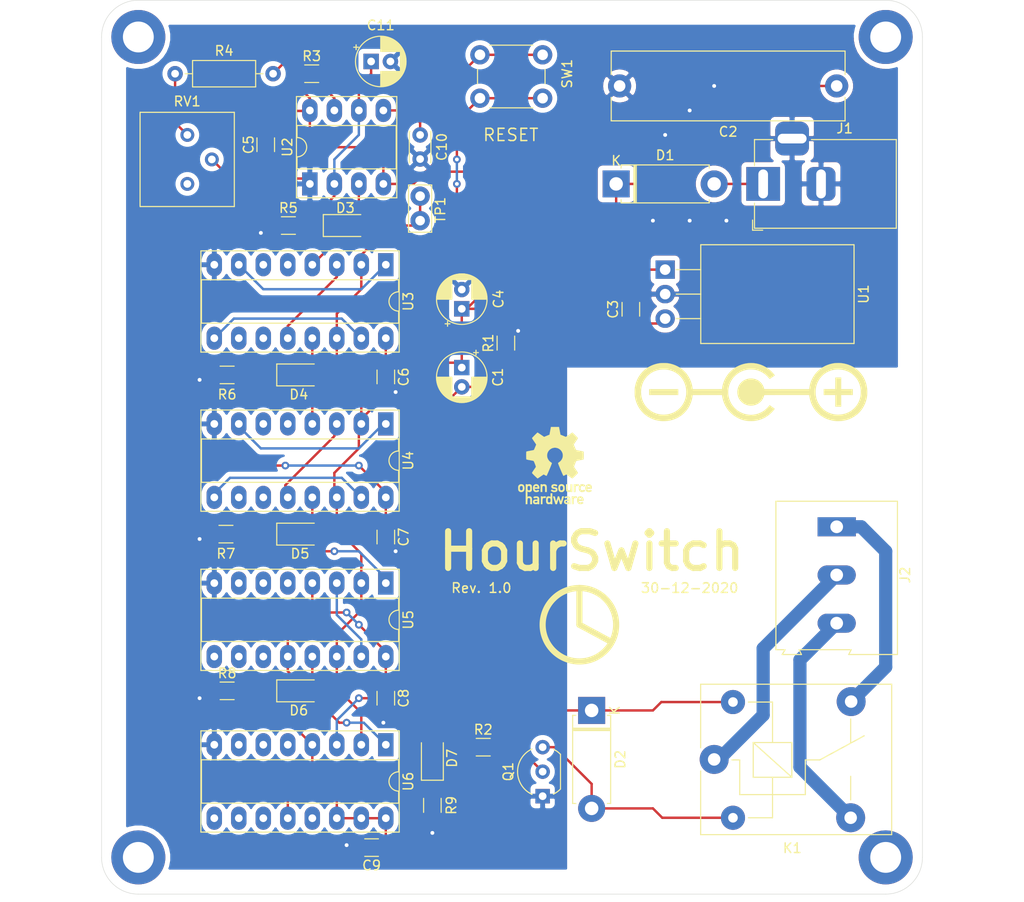
<source format=kicad_pcb>
(kicad_pcb (version 20171130) (host pcbnew 5.1.9)
  (layers (0 F.Cu signal) (31 B.Cu signal) (34 B.Paste user) (35 F.Paste user) (36 B.SilkS user) (37 F.SilkS user) (38 B.Mask user) (39 F.Mask user) (44 Edge.Cuts user))
  (net 0 "")
  (net 1 +5V)
  (net 2 MR)
  (net 3 +9V)
  (net 4 GND)
  (net 5 "Net-(C10-Pad1)")
  (net 6 "Net-(C11-Pad1)")
  (net 7 "Net-(D1-Pad2)")
  (net 8 "Net-(D2-Pad2)")
  (net 9 "Net-(D3-Pad1)")
  (net 10 CLK)
  (net 11 "Net-(D4-Pad1)")
  (net 12 CLK_36)
  (net 13 CLK_1H)
  (net 14 "Net-(D5-Pad1)")
  (net 15 CLK_4H)
  (net 16 "Net-(D6-Pad1)")
  (net 17 "Net-(D7-Pad1)")
  (net 18 CLH_4H)
  (net 19 LOAD1)
  (net 20 PHASE)
  (net 21 LOAD2)
  (net 22 "Net-(Q1-Pad2)")
  (net 23 "Net-(R3-Pad2)")
  (net 24 "Net-(R4-Pad1)")
  (net 25 "Net-(U3-Pad1)")
  (net 26 "Net-(U3-Pad15)")
  (net 27 "Net-(U3-Pad12)")
  (net 28 "Net-(U4-Pad15)")
  (net 29 "Net-(U4-Pad1)")
  (net 30 "Net-(U4-Pad12)")
  (net 31 "Net-(U5-Pad15)")
  (module Symbol:OSHW-Logo_7.5x8mm_SilkScreen (layer F.Cu) (at 148.59 99.06)
    (fp_text reference REF** hide)
    (fp_text value OSHW-Logo_7.5x8mm_SilkScreen hide)
  )
  (module MountingHole:MountingHole_3.2mm_M3_DIN965_Pad (layer F.Cu) (at 182.88 54.61)
    (fp_text reference REF** hide)
    (fp_text value MountingHole_3.2mm_M3_DIN965_Pad)
    (pad 1 thru_hole circle (at 0 0) (size 5.6 5.6) (drill 3.2) (layers *.Cu *.Mask))
  )
  (module MountingHole:MountingHole_3.2mm_M3_DIN965_Pad (layer F.Cu) (at 105.41 54.61)
    (fp_text reference REF** hide)
    (fp_text value MountingHole_3.2mm_M3_DIN965_Pad)
    (pad 1 thru_hole circle (at 0 0) (size 5.6 5.6) (drill 3.2) (layers *.Cu *.Mask))
  )
  (module MountingHole:MountingHole_3.2mm_M3_DIN965_Pad (layer F.Cu) (at 105.41 139.7)
    (fp_text reference REF** hide)
    (fp_text value MountingHole_3.2mm_M3_DIN965_Pad)
    (pad 1 thru_hole circle (at 0 0) (size 5.6 5.6) (drill 3.2) (layers *.Cu *.Mask))
  )
  (module MountingHole:MountingHole_3.2mm_M3_DIN965_Pad (layer F.Cu) (at 182.88 139.7)
    (fp_text reference REF** hide)
    (fp_text value MountingHole_3.2mm_M3_DIN965_Pad)
    (pad 1 thru_hole circle (at 0 0) (size 5.6 5.6) (drill 3.2) (layers *.Cu *.Mask))
  )
  (module Symbol:Polarity_Center_Positive_6mm_SilkScreen (layer F.Cu) (at 168.91 91.44)
    (fp_text reference REF** hide)
    (fp_text value Polarity_Center_Positive_6mm_SilkScreen hide)
  )
  (module NoDrill:TO-220-3_Horizontal_TabDown_NoDrill (layer F.Cu) (at 160.02 78.74 270)
    (fp_text reference U1 (at 2.54 -20.58 270) (layer F.SilkS))
    (fp_text value L7805)
    (pad 3 thru_hole oval (at 5.08 0 270) (size 1.905 2) (drill 1.1) (layers *.Cu *.Mask) (net 1 +5V))
    (pad 2 thru_hole oval (at 2.54 0 270) (size 1.905 2) (drill 1.1) (layers *.Cu *.Mask) (net 4 GND))
    (pad 1 thru_hole rect (at 0 0 270) (size 1.905 2) (drill 1.1) (layers *.Cu *.Mask) (net 3 +9V))
  )
  (module Capacitor_THT:CP_Radial_D5.0mm_P2.00mm (layer F.Cu) (at 138.938 88.9 270)
    (fp_text reference C1 (at 1 -3.75 90) (layer F.SilkS))
    (fp_text value 10uF)
    (pad 1 thru_hole rect (at 0 0 270) (size 1.6 1.6) (drill 0.8) (layers *.Cu *.Mask) (net 1 +5V))
    (pad 2 thru_hole circle (at 2 0 270) (size 1.6 1.6) (drill 0.8) (layers *.Cu *.Mask) (net 2 MR))
  )
  (module Resistor_SMD:R_1206_3216Metric (layer F.Cu) (at 143.51 86.36 90)
    (fp_text reference R1 (at 0 -1.82 90) (layer F.SilkS))
    (fp_text value 1k)
    (pad 2 smd roundrect (at 1.4625 0 90) (size 1.125 1.75) (layers F.Cu F.Paste F.Mask) (roundrect_rratio 0.222222) (net 4 GND))
    (pad 1 smd roundrect (at -1.4625 0 90) (size 1.125 1.75) (layers F.Cu F.Paste F.Mask) (roundrect_rratio 0.222222) (net 2 MR))
  )
  (module Relay_THT:Relay_SPDT_SANYOU_SRD_Series_Form_C (layer F.Cu) (at 165.1 129.54)
    (fp_text reference K1 (at 8.1 9.2) (layer F.SilkS))
    (fp_text value SANYOU_SRD_Form_C)
    (pad 2 thru_hole circle (at 1.95 6.05 90) (size 2.5 2.5) (drill 1) (layers *.Cu *.Mask) (net 8 "Net-(D2-Pad2)"))
    (pad 3 thru_hole circle (at 14.15 6.05 90) (size 3 3) (drill 1.3) (layers *.Cu *.Mask) (net 21 LOAD2))
    (pad 4 thru_hole circle (at 14.2 -6 90) (size 3 3) (drill 1.3) (layers *.Cu *.Mask) (net 19 LOAD1))
    (pad 5 thru_hole circle (at 1.95 -5.95 90) (size 2.5 2.5) (drill 1) (layers *.Cu *.Mask) (net 1 +5V))
    (pad 1 thru_hole circle (at 0 0 90) (size 3 3) (drill 1.3) (layers *.Cu *.Mask) (net 20 PHASE))
  )
  (module Capacitor_THT:C_Rect_L24.0mm_W7.0mm_P22.50mm_MKT (layer F.Cu) (at 177.8 59.69 180)
    (fp_text reference C2 (at 11.25 -4.75) (layer F.SilkS))
    (fp_text value 0.33uF)
    (pad 1 thru_hole circle (at 0 0 180) (size 2.4 2.4) (drill 1.2) (layers *.Cu *.Mask) (net 3 +9V))
    (pad 2 thru_hole circle (at 22.5 0 180) (size 2.4 2.4) (drill 1.2) (layers *.Cu *.Mask) (net 4 GND))
  )
  (module Capacitor_SMD:C_1206_3216Metric (layer F.Cu) (at 156.464 82.853 90)
    (fp_text reference C3 (at 0 -1.85 90) (layer F.SilkS))
    (fp_text value 0.1uF)
    (pad 1 smd roundrect (at -1.475 0 90) (size 1.15 1.8) (layers F.Cu F.Paste F.Mask) (roundrect_rratio 0.217391) (net 1 +5V))
    (pad 2 smd roundrect (at 1.475 0 90) (size 1.15 1.8) (layers F.Cu F.Paste F.Mask) (roundrect_rratio 0.217391) (net 4 GND))
  )
  (module Capacitor_THT:CP_Radial_D5.0mm_P2.00mm (layer F.Cu) (at 138.938 82.804 90)
    (fp_text reference C4 (at 1.016 3.81 90) (layer F.SilkS))
    (fp_text value 10uF)
    (pad 1 thru_hole rect (at 0 0 90) (size 1.6 1.6) (drill 0.8) (layers *.Cu *.Mask) (net 1 +5V))
    (pad 2 thru_hole circle (at 2 0 90) (size 1.6 1.6) (drill 0.8) (layers *.Cu *.Mask) (net 4 GND))
  )
  (module Capacitor_SMD:C_1206_3216Metric (layer F.Cu) (at 118.618 65.786 270)
    (fp_text reference C5 (at 0 1.778 90) (layer F.SilkS))
    (fp_text value 0.1uF)
    (pad 2 smd roundrect (at 1.475 0 270) (size 1.15 1.8) (layers F.Cu F.Paste F.Mask) (roundrect_rratio 0.217391) (net 4 GND))
    (pad 1 smd roundrect (at -1.475 0 270) (size 1.15 1.8) (layers F.Cu F.Paste F.Mask) (roundrect_rratio 0.217391) (net 1 +5V))
  )
  (module Capacitor_SMD:C_1206_3216Metric (layer F.Cu) (at 131.064 89.867 270)
    (fp_text reference C6 (at 0 -1.85 90) (layer F.SilkS))
    (fp_text value 0.1uF)
    (pad 1 smd roundrect (at -1.475 0 270) (size 1.15 1.8) (layers F.Cu F.Paste F.Mask) (roundrect_rratio 0.217391) (net 1 +5V))
    (pad 2 smd roundrect (at 1.475 0 270) (size 1.15 1.8) (layers F.Cu F.Paste F.Mask) (roundrect_rratio 0.217391) (net 4 GND))
  )
  (module Capacitor_SMD:C_1206_3216Metric (layer F.Cu) (at 131.064 106.475 270)
    (fp_text reference C7 (at 0 -1.85 90) (layer F.SilkS))
    (fp_text value 0.1uF)
    (pad 2 smd roundrect (at 1.475 0 270) (size 1.15 1.8) (layers F.Cu F.Paste F.Mask) (roundrect_rratio 0.217391) (net 4 GND))
    (pad 1 smd roundrect (at -1.475 0 270) (size 1.15 1.8) (layers F.Cu F.Paste F.Mask) (roundrect_rratio 0.217391) (net 1 +5V))
  )
  (module Capacitor_SMD:C_1206_3216Metric (layer F.Cu) (at 131.064 123.19 270)
    (fp_text reference C8 (at 0 -1.85 90) (layer F.SilkS))
    (fp_text value 0.1uF)
    (pad 1 smd roundrect (at -1.475 0 270) (size 1.15 1.8) (layers F.Cu F.Paste F.Mask) (roundrect_rratio 0.217391) (net 1 +5V))
    (pad 2 smd roundrect (at 1.475 0 270) (size 1.15 1.8) (layers F.Cu F.Paste F.Mask) (roundrect_rratio 0.217391) (net 4 GND))
  )
  (module Capacitor_SMD:C_1206_3216Metric (layer F.Cu) (at 129.589 138.684 180)
    (fp_text reference C9 (at 0 -1.85) (layer F.SilkS))
    (fp_text value 0.1uF)
    (pad 2 smd roundrect (at 1.475 0 180) (size 1.15 1.8) (layers F.Cu F.Paste F.Mask) (roundrect_rratio 0.217391) (net 4 GND))
    (pad 1 smd roundrect (at -1.475 0 180) (size 1.15 1.8) (layers F.Cu F.Paste F.Mask) (roundrect_rratio 0.217391) (net 1 +5V))
  )
  (module Capacitor_THT:C_Disc_D3.0mm_W2.0mm_P2.50mm (layer F.Cu) (at 134.62 64.77 270)
    (fp_text reference C10 (at 1.25 -2.25 90) (layer F.SilkS))
    (fp_text value 0.01uF)
    (pad 1 thru_hole circle (at 0 0 270) (size 1.6 1.6) (drill 0.8) (layers *.Cu *.Mask) (net 5 "Net-(C10-Pad1)"))
    (pad 2 thru_hole circle (at 2.5 0 270) (size 1.6 1.6) (drill 0.8) (layers *.Cu *.Mask) (net 4 GND))
  )
  (module Capacitor_THT:CP_Radial_D5.0mm_P2.00mm (layer F.Cu) (at 129.54 57.15)
    (fp_text reference C11 (at 1 -3.75) (layer F.SilkS))
    (fp_text value 10uF)
    (pad 2 thru_hole circle (at 2 0) (size 1.6 1.6) (drill 0.8) (layers *.Cu *.Mask) (net 4 GND))
    (pad 1 thru_hole rect (at 0 0) (size 1.6 1.6) (drill 0.8) (layers *.Cu *.Mask) (net 6 "Net-(C11-Pad1)"))
  )
  (module Diode_THT:D_5W_P10.16mm_Horizontal (layer F.Cu) (at 154.94 69.85)
    (fp_text reference D1 (at 5.08 -2.97) (layer F.SilkS))
    (fp_text value 1N4007)
    (fp_text user K (at 0 -2.4) (layer F.SilkS))
    (pad 1 thru_hole rect (at 0 0) (size 2.8 2.8) (drill 1.4) (layers *.Cu *.Mask) (net 3 +9V))
    (pad 2 thru_hole oval (at 10.16 0) (size 2.8 2.8) (drill 1.4) (layers *.Cu *.Mask) (net 7 "Net-(D1-Pad2)"))
  )
  (module Diode_THT:D_5W_P10.16mm_Horizontal (layer F.Cu) (at 152.4 124.46 270)
    (fp_text reference D2 (at 5.08 -2.97 90) (layer F.SilkS))
    (fp_text value 1N4007)
    (fp_text user K (at 0 -2.4 90) (layer F.SilkS))
    (pad 2 thru_hole oval (at 10.16 0 270) (size 2.8 2.8) (drill 1.4) (layers *.Cu *.Mask) (net 8 "Net-(D2-Pad2)"))
    (pad 1 thru_hole rect (at 0 0 270) (size 2.8 2.8) (drill 1.4) (layers *.Cu *.Mask) (net 1 +5V))
  )
  (module LED_SMD:LED_1206_3216Metric (layer F.Cu) (at 126.87 74.168)
    (fp_text reference D3 (at 0 -1.82) (layer F.SilkS))
    (fp_text value BLUE)
    (pad 1 smd roundrect (at -1.4 0) (size 1.25 1.75) (layers F.Cu F.Paste F.Mask) (roundrect_rratio 0.2) (net 9 "Net-(D3-Pad1)"))
    (pad 2 smd roundrect (at 1.4 0) (size 1.25 1.75) (layers F.Cu F.Paste F.Mask) (roundrect_rratio 0.2) (net 10 CLK))
  )
  (module LED_SMD:LED_1206_3216Metric (layer F.Cu) (at 122.044 89.662)
    (fp_text reference D4 (at 0 2.032) (layer F.SilkS))
    (fp_text value BLUE)
    (pad 1 smd roundrect (at -1.4 0) (size 1.25 1.75) (layers F.Cu F.Paste F.Mask) (roundrect_rratio 0.2) (net 11 "Net-(D4-Pad1)"))
    (pad 2 smd roundrect (at 1.4 0) (size 1.25 1.75) (layers F.Cu F.Paste F.Mask) (roundrect_rratio 0.2) (net 12 CLK_36))
  )
  (module LED_SMD:LED_1206_3216Metric (layer F.Cu) (at 122.044 106.172)
    (fp_text reference D5 (at 0.13 2.032) (layer F.SilkS))
    (fp_text value BLUE)
    (pad 2 smd roundrect (at 1.4 0) (size 1.25 1.75) (layers F.Cu F.Paste F.Mask) (roundrect_rratio 0.2) (net 13 CLK_1H))
    (pad 1 smd roundrect (at -1.4 0) (size 1.25 1.75) (layers F.Cu F.Paste F.Mask) (roundrect_rratio 0.2) (net 14 "Net-(D5-Pad1)"))
  )
  (module LED_SMD:LED_1206_3216Metric (layer F.Cu) (at 122.044 122.428)
    (fp_text reference D6 (at 0 2.032) (layer F.SilkS))
    (fp_text value BLUE)
    (pad 2 smd roundrect (at 1.4 0) (size 1.25 1.75) (layers F.Cu F.Paste F.Mask) (roundrect_rratio 0.2) (net 15 CLK_4H))
    (pad 1 smd roundrect (at -1.4 0) (size 1.25 1.75) (layers F.Cu F.Paste F.Mask) (roundrect_rratio 0.2) (net 16 "Net-(D6-Pad1)"))
  )
  (module LED_SMD:LED_1206_3216Metric (layer F.Cu) (at 135.89 129.41 90)
    (fp_text reference D7 (at 0 2.038 90) (layer F.SilkS))
    (fp_text value BLUE)
    (pad 1 smd roundrect (at -1.4 0 90) (size 1.25 1.75) (layers F.Cu F.Paste F.Mask) (roundrect_rratio 0.2) (net 17 "Net-(D7-Pad1)"))
    (pad 2 smd roundrect (at 1.4 0 90) (size 1.25 1.75) (layers F.Cu F.Paste F.Mask) (roundrect_rratio 0.2) (net 18 CLH_4H))
  )
  (module Connector_BarrelJack:BarrelJack_Horizontal (layer F.Cu) (at 170.18 69.85 180)
    (fp_text reference J1 (at -8.45 5.75) (layer F.SilkS))
    (fp_text value Barrel_Jack_Switch)
    (pad 1 thru_hole rect (at 0 0 180) (size 3.5 3.5) (drill oval 1 3) (layers *.Cu *.Mask) (net 7 "Net-(D1-Pad2)"))
    (pad 2 thru_hole roundrect (at -6 0 180) (size 3 3.5) (drill oval 1 3) (layers *.Cu *.Mask) (net 4 GND))
    (pad 3 thru_hole roundrect (at -3 4.7 180) (size 3.5 3.5) (drill oval 3 1) (layers *.Cu *.Mask) (net 4 GND))
  )
  (module TerminalBlock:TerminalBlock_Altech_AK300-3_P5.00mm (layer F.Cu) (at 177.8 105.41 270)
    (fp_text reference J2 (at 5 -7.1 90) (layer F.SilkS))
    (fp_text value Screw_Terminal_01x03)
    (pad 1 thru_hole rect (at 0 0 270) (size 1.98 3.96) (drill 1.32) (layers *.Cu *.Mask) (net 19 LOAD1))
    (pad 2 thru_hole oval (at 5 0 270) (size 1.98 3.96) (drill 1.32) (layers *.Cu *.Mask) (net 20 PHASE))
    (pad 3 thru_hole oval (at 10 0 270) (size 1.98 3.96) (drill 1.32) (layers *.Cu *.Mask) (net 21 LOAD2))
  )
  (module Package_TO_SOT_THT:TO-92_Inline_Wide (layer F.Cu) (at 147.32 133.35 90)
    (fp_text reference Q1 (at 2.54 -3.56 90) (layer F.SilkS))
    (fp_text value PN2222A)
    (pad 2 thru_hole circle (at 2.54 0 90) (size 1.5 1.5) (drill 0.8) (layers *.Cu *.Mask) (net 22 "Net-(Q1-Pad2)"))
    (pad 3 thru_hole circle (at 5.08 0 90) (size 1.5 1.5) (drill 0.8) (layers *.Cu *.Mask) (net 8 "Net-(D2-Pad2)"))
    (pad 1 thru_hole rect (at 0 0 90) (size 1.5 1.5) (drill 0.8) (layers *.Cu *.Mask) (net 4 GND))
  )
  (module Resistor_SMD:R_1206_3216Metric (layer F.Cu) (at 141.1625 128.27)
    (fp_text reference R2 (at 0 -1.82) (layer F.SilkS))
    (fp_text value 1k)
    (pad 2 smd roundrect (at 1.4625 0) (size 1.125 1.75) (layers F.Cu F.Paste F.Mask) (roundrect_rratio 0.222222) (net 22 "Net-(Q1-Pad2)"))
    (pad 1 smd roundrect (at -1.4625 0) (size 1.125 1.75) (layers F.Cu F.Paste F.Mask) (roundrect_rratio 0.222222) (net 18 CLH_4H))
  )
  (module Resistor_SMD:R_1206_3216Metric (layer F.Cu) (at 123.3825 58.42)
    (fp_text reference R3 (at 0 -1.82) (layer F.SilkS))
    (fp_text value 1k)
    (pad 2 smd roundrect (at 1.4625 0) (size 1.125 1.75) (layers F.Cu F.Paste F.Mask) (roundrect_rratio 0.222222) (net 23 "Net-(R3-Pad2)"))
    (pad 1 smd roundrect (at -1.4625 0) (size 1.125 1.75) (layers F.Cu F.Paste F.Mask) (roundrect_rratio 0.222222) (net 1 +5V))
  )
  (module Resistor_THT:R_Axial_DIN0207_L6.3mm_D2.5mm_P10.16mm_Horizontal (layer F.Cu) (at 109.22 58.42)
    (fp_text reference R4 (at 5.08 -2.37) (layer F.SilkS))
    (fp_text value 22k)
    (pad 1 thru_hole circle (at 0 0) (size 1.6 1.6) (drill 0.8) (layers *.Cu *.Mask) (net 24 "Net-(R4-Pad1)"))
    (pad 2 thru_hole oval (at 10.16 0) (size 1.6 1.6) (drill 0.8) (layers *.Cu *.Mask) (net 23 "Net-(R3-Pad2)"))
  )
  (module Resistor_SMD:R_1206_3216Metric (layer F.Cu) (at 120.9655 74.168)
    (fp_text reference R5 (at 0 -1.82) (layer F.SilkS))
    (fp_text value 1k)
    (pad 1 smd roundrect (at -1.4625 0) (size 1.125 1.75) (layers F.Cu F.Paste F.Mask) (roundrect_rratio 0.222222) (net 4 GND))
    (pad 2 smd roundrect (at 1.4625 0) (size 1.125 1.75) (layers F.Cu F.Paste F.Mask) (roundrect_rratio 0.222222) (net 9 "Net-(D3-Pad1)"))
  )
  (module Resistor_SMD:R_1206_3216Metric (layer F.Cu) (at 114.6155 89.662)
    (fp_text reference R6 (at 0 2.032) (layer F.SilkS))
    (fp_text value 1k)
    (pad 1 smd roundrect (at -1.4625 0) (size 1.125 1.75) (layers F.Cu F.Paste F.Mask) (roundrect_rratio 0.222222) (net 4 GND))
    (pad 2 smd roundrect (at 1.4625 0) (size 1.125 1.75) (layers F.Cu F.Paste F.Mask) (roundrect_rratio 0.222222) (net 11 "Net-(D4-Pad1)"))
  )
  (module Resistor_SMD:R_1206_3216Metric (layer F.Cu) (at 114.4925 106.172)
    (fp_text reference R7 (at 0 2.032) (layer F.SilkS))
    (fp_text value 1k)
    (pad 2 smd roundrect (at 1.4625 0) (size 1.125 1.75) (layers F.Cu F.Paste F.Mask) (roundrect_rratio 0.222222) (net 14 "Net-(D5-Pad1)"))
    (pad 1 smd roundrect (at -1.4625 0) (size 1.125 1.75) (layers F.Cu F.Paste F.Mask) (roundrect_rratio 0.222222) (net 4 GND))
  )
  (module Resistor_SMD:R_1206_3216Metric (layer F.Cu) (at 114.6155 122.428)
    (fp_text reference R8 (at 0 -1.82) (layer F.SilkS))
    (fp_text value 1k)
    (pad 1 smd roundrect (at -1.4625 0) (size 1.125 1.75) (layers F.Cu F.Paste F.Mask) (roundrect_rratio 0.222222) (net 4 GND))
    (pad 2 smd roundrect (at 1.4625 0) (size 1.125 1.75) (layers F.Cu F.Paste F.Mask) (roundrect_rratio 0.222222) (net 16 "Net-(D6-Pad1)"))
  )
  (module Resistor_SMD:R_1206_3216Metric (layer F.Cu) (at 135.89 134.3045 90)
    (fp_text reference R9 (at 0 1.9705 90) (layer F.SilkS))
    (fp_text value 1k)
    (pad 1 smd roundrect (at -1.4625 0 90) (size 1.125 1.75) (layers F.Cu F.Paste F.Mask) (roundrect_rratio 0.222222) (net 4 GND))
    (pad 2 smd roundrect (at 1.4625 0 90) (size 1.125 1.75) (layers F.Cu F.Paste F.Mask) (roundrect_rratio 0.222222) (net 17 "Net-(D7-Pad1)"))
  )
  (module Potentiometer_THT:Potentiometer_Bourns_3386P_Vertical (layer F.Cu) (at 110.49 69.85)
    (fp_text reference RV1 (at -0.015 -8.555) (layer F.SilkS))
    (fp_text value 10kb)
    (pad 3 thru_hole circle (at 0 -5.08) (size 1.44 1.44) (drill 0.8) (layers *.Cu *.Mask) (net 24 "Net-(R4-Pad1)"))
    (pad 2 thru_hole circle (at 2.54 -2.54) (size 1.44 1.44) (drill 0.8) (layers *.Cu *.Mask) (net 6 "Net-(C11-Pad1)"))
    (pad 1 thru_hole circle (at 0 0) (size 1.44 1.44) (drill 0.8) (layers *.Cu *.Mask))
  )
  (module Button_Switch_THT:SW_PUSH_6mm_H4.3mm (layer F.Cu) (at 147.32 60.96 180)
    (fp_text reference SW1 (at -2.54 2.54 90) (layer F.SilkS))
    (fp_text value SW_SPST)
    (pad 2 thru_hole circle (at 0 4.5 270) (size 2 2) (drill 1.1) (layers *.Cu *.Mask) (net 1 +5V))
    (pad 1 thru_hole circle (at 0 0 270) (size 2 2) (drill 1.1) (layers *.Cu *.Mask) (net 2 MR))
    (pad 2 thru_hole circle (at 6.5 4.5 270) (size 2 2) (drill 1.1) (layers *.Cu *.Mask) (net 1 +5V))
    (pad 1 thru_hole circle (at 6.5 0 270) (size 2 2) (drill 1.1) (layers *.Cu *.Mask) (net 2 MR))
  )
  (module TestPoint:TestPoint_Bridge_Pitch2.54mm_Drill1.0mm (layer F.Cu) (at 134.62 73.66 90)
    (fp_text reference TP1 (at 1.1 2.1 90) (layer F.SilkS))
    (fp_text value TestPoint)
    (pad 1 thru_hole circle (at 0 0 90) (size 2 2) (drill 1) (layers *.Cu *.Mask) (net 10 CLK))
    (pad 1 thru_hole circle (at 2.54 0 90) (size 2 2) (drill 1) (layers *.Cu *.Mask) (net 10 CLK))
  )
  (module Package_DIP:DIP-16_W7.62mm_Socket_LongPads (layer F.Cu) (at 131.064 78.232 270)
    (fp_text reference U3 (at 3.81 -2.33 90) (layer F.SilkS))
    (fp_text value 74LS390)
    (pad 1 thru_hole rect (at 0 0 270) (size 2.4 1.6) (drill 0.8) (layers *.Cu *.Mask) (net 25 "Net-(U3-Pad1)"))
    (pad 9 thru_hole oval (at 7.62 17.78 270) (size 2.4 1.6) (drill 0.8) (layers *.Cu *.Mask) (net 26 "Net-(U3-Pad15)"))
    (pad 2 thru_hole oval (at 0 2.54 270) (size 2.4 1.6) (drill 0.8) (layers *.Cu *.Mask) (net 2 MR))
    (pad 10 thru_hole oval (at 7.62 15.24 270) (size 2.4 1.6) (drill 0.8) (layers *.Cu *.Mask))
    (pad 3 thru_hole oval (at 0 5.08 270) (size 2.4 1.6) (drill 0.8) (layers *.Cu *.Mask) (net 27 "Net-(U3-Pad12)"))
    (pad 11 thru_hole oval (at 7.62 12.7 270) (size 2.4 1.6) (drill 0.8) (layers *.Cu *.Mask))
    (pad 4 thru_hole oval (at 0 7.62 270) (size 2.4 1.6) (drill 0.8) (layers *.Cu *.Mask) (net 10 CLK))
    (pad 12 thru_hole oval (at 7.62 10.16 270) (size 2.4 1.6) (drill 0.8) (layers *.Cu *.Mask) (net 27 "Net-(U3-Pad12)"))
    (pad 5 thru_hole oval (at 0 10.16 270) (size 2.4 1.6) (drill 0.8) (layers *.Cu *.Mask))
    (pad 13 thru_hole oval (at 7.62 7.62 270) (size 2.4 1.6) (drill 0.8) (layers *.Cu *.Mask) (net 12 CLK_36))
    (pad 6 thru_hole oval (at 0 12.7 270) (size 2.4 1.6) (drill 0.8) (layers *.Cu *.Mask))
    (pad 14 thru_hole oval (at 7.62 5.08 270) (size 2.4 1.6) (drill 0.8) (layers *.Cu *.Mask) (net 2 MR))
    (pad 7 thru_hole oval (at 0 15.24 270) (size 2.4 1.6) (drill 0.8) (layers *.Cu *.Mask) (net 25 "Net-(U3-Pad1)"))
    (pad 15 thru_hole oval (at 7.62 2.54 270) (size 2.4 1.6) (drill 0.8) (layers *.Cu *.Mask) (net 26 "Net-(U3-Pad15)"))
    (pad 8 thru_hole oval (at 0 17.78 270) (size 2.4 1.6) (drill 0.8) (layers *.Cu *.Mask) (net 4 GND))
    (pad 16 thru_hole oval (at 7.62 0 270) (size 2.4 1.6) (drill 0.8) (layers *.Cu *.Mask) (net 1 +5V))
  )
  (module Package_DIP:DIP-16_W7.62mm_Socket_LongPads (layer F.Cu) (at 131.064 94.742 270)
    (fp_text reference U4 (at 3.81 -2.33 90) (layer F.SilkS))
    (fp_text value 74LS390)
    (pad 16 thru_hole oval (at 7.62 0 270) (size 2.4 1.6) (drill 0.8) (layers *.Cu *.Mask) (net 1 +5V))
    (pad 8 thru_hole oval (at 0 17.78 270) (size 2.4 1.6) (drill 0.8) (layers *.Cu *.Mask) (net 4 GND))
    (pad 15 thru_hole oval (at 7.62 2.54 270) (size 2.4 1.6) (drill 0.8) (layers *.Cu *.Mask) (net 28 "Net-(U4-Pad15)"))
    (pad 7 thru_hole oval (at 0 15.24 270) (size 2.4 1.6) (drill 0.8) (layers *.Cu *.Mask) (net 29 "Net-(U4-Pad1)"))
    (pad 14 thru_hole oval (at 7.62 5.08 270) (size 2.4 1.6) (drill 0.8) (layers *.Cu *.Mask) (net 2 MR))
    (pad 6 thru_hole oval (at 0 12.7 270) (size 2.4 1.6) (drill 0.8) (layers *.Cu *.Mask))
    (pad 13 thru_hole oval (at 7.62 7.62 270) (size 2.4 1.6) (drill 0.8) (layers *.Cu *.Mask) (net 13 CLK_1H))
    (pad 5 thru_hole oval (at 0 10.16 270) (size 2.4 1.6) (drill 0.8) (layers *.Cu *.Mask))
    (pad 12 thru_hole oval (at 7.62 10.16 270) (size 2.4 1.6) (drill 0.8) (layers *.Cu *.Mask) (net 30 "Net-(U4-Pad12)"))
    (pad 4 thru_hole oval (at 0 7.62 270) (size 2.4 1.6) (drill 0.8) (layers *.Cu *.Mask) (net 12 CLK_36))
    (pad 11 thru_hole oval (at 7.62 12.7 270) (size 2.4 1.6) (drill 0.8) (layers *.Cu *.Mask))
    (pad 3 thru_hole oval (at 0 5.08 270) (size 2.4 1.6) (drill 0.8) (layers *.Cu *.Mask) (net 30 "Net-(U4-Pad12)"))
    (pad 10 thru_hole oval (at 7.62 15.24 270) (size 2.4 1.6) (drill 0.8) (layers *.Cu *.Mask))
    (pad 2 thru_hole oval (at 0 2.54 270) (size 2.4 1.6) (drill 0.8) (layers *.Cu *.Mask) (net 2 MR))
    (pad 9 thru_hole oval (at 7.62 17.78 270) (size 2.4 1.6) (drill 0.8) (layers *.Cu *.Mask) (net 28 "Net-(U4-Pad15)"))
    (pad 1 thru_hole rect (at 0 0 270) (size 2.4 1.6) (drill 0.8) (layers *.Cu *.Mask) (net 29 "Net-(U4-Pad1)"))
  )
  (module Package_DIP:DIP-16_W7.62mm_Socket_LongPads (layer F.Cu) (at 131.064 111.252 270)
    (fp_text reference U5 (at 3.81 -2.33 90) (layer F.SilkS))
    (fp_text value 74LS390)
    (pad 16 thru_hole oval (at 7.62 0 270) (size 2.4 1.6) (drill 0.8) (layers *.Cu *.Mask) (net 1 +5V))
    (pad 8 thru_hole oval (at 0 17.78 270) (size 2.4 1.6) (drill 0.8) (layers *.Cu *.Mask) (net 4 GND))
    (pad 15 thru_hole oval (at 7.62 2.54 270) (size 2.4 1.6) (drill 0.8) (layers *.Cu *.Mask) (net 31 "Net-(U5-Pad15)"))
    (pad 7 thru_hole oval (at 0 15.24 270) (size 2.4 1.6) (drill 0.8) (layers *.Cu *.Mask))
    (pad 14 thru_hole oval (at 7.62 5.08 270) (size 2.4 1.6) (drill 0.8) (layers *.Cu *.Mask) (net 2 MR))
    (pad 6 thru_hole oval (at 0 12.7 270) (size 2.4 1.6) (drill 0.8) (layers *.Cu *.Mask))
    (pad 13 thru_hole oval (at 7.62 7.62 270) (size 2.4 1.6) (drill 0.8) (layers *.Cu *.Mask) (net 15 CLK_4H))
    (pad 5 thru_hole oval (at 0 10.16 270) (size 2.4 1.6) (drill 0.8) (layers *.Cu *.Mask))
    (pad 12 thru_hole oval (at 7.62 10.16 270) (size 2.4 1.6) (drill 0.8) (layers *.Cu *.Mask) (net 1 +5V))
    (pad 4 thru_hole oval (at 0 7.62 270) (size 2.4 1.6) (drill 0.8) (layers *.Cu *.Mask) (net 1 +5V))
    (pad 11 thru_hole oval (at 7.62 12.7 270) (size 2.4 1.6) (drill 0.8) (layers *.Cu *.Mask))
    (pad 3 thru_hole oval (at 0 5.08 270) (size 2.4 1.6) (drill 0.8) (layers *.Cu *.Mask) (net 31 "Net-(U5-Pad15)"))
    (pad 10 thru_hole oval (at 7.62 15.24 270) (size 2.4 1.6) (drill 0.8) (layers *.Cu *.Mask))
    (pad 2 thru_hole oval (at 0 2.54 270) (size 2.4 1.6) (drill 0.8) (layers *.Cu *.Mask) (net 2 MR))
    (pad 9 thru_hole oval (at 7.62 17.78 270) (size 2.4 1.6) (drill 0.8) (layers *.Cu *.Mask))
    (pad 1 thru_hole rect (at 0 0 270) (size 2.4 1.6) (drill 0.8) (layers *.Cu *.Mask) (net 13 CLK_1H))
  )
  (module Package_DIP:DIP-16_W7.62mm_Socket_LongPads (layer F.Cu) (at 131.064 128.016 270)
    (fp_text reference U6 (at 3.81 -2.33 90) (layer F.SilkS))
    (fp_text value 74LS390)
    (pad 1 thru_hole rect (at 0 0 270) (size 2.4 1.6) (drill 0.8) (layers *.Cu *.Mask) (net 15 CLK_4H))
    (pad 9 thru_hole oval (at 7.62 17.78 270) (size 2.4 1.6) (drill 0.8) (layers *.Cu *.Mask))
    (pad 2 thru_hole oval (at 0 2.54 270) (size 2.4 1.6) (drill 0.8) (layers *.Cu *.Mask) (net 2 MR))
    (pad 10 thru_hole oval (at 7.62 15.24 270) (size 2.4 1.6) (drill 0.8) (layers *.Cu *.Mask))
    (pad 3 thru_hole oval (at 0 5.08 270) (size 2.4 1.6) (drill 0.8) (layers *.Cu *.Mask) (net 18 CLH_4H))
    (pad 11 thru_hole oval (at 7.62 12.7 270) (size 2.4 1.6) (drill 0.8) (layers *.Cu *.Mask))
    (pad 4 thru_hole oval (at 0 7.62 270) (size 2.4 1.6) (drill 0.8) (layers *.Cu *.Mask) (net 1 +5V))
    (pad 12 thru_hole oval (at 7.62 10.16 270) (size 2.4 1.6) (drill 0.8) (layers *.Cu *.Mask) (net 1 +5V))
    (pad 5 thru_hole oval (at 0 10.16 270) (size 2.4 1.6) (drill 0.8) (layers *.Cu *.Mask))
    (pad 13 thru_hole oval (at 7.62 7.62 270) (size 2.4 1.6) (drill 0.8) (layers *.Cu *.Mask))
    (pad 6 thru_hole oval (at 0 12.7 270) (size 2.4 1.6) (drill 0.8) (layers *.Cu *.Mask))
    (pad 14 thru_hole oval (at 7.62 5.08 270) (size 2.4 1.6) (drill 0.8) (layers *.Cu *.Mask) (net 1 +5V))
    (pad 7 thru_hole oval (at 0 15.24 270) (size 2.4 1.6) (drill 0.8) (layers *.Cu *.Mask))
    (pad 15 thru_hole oval (at 7.62 2.54 270) (size 2.4 1.6) (drill 0.8) (layers *.Cu *.Mask) (net 1 +5V))
    (pad 8 thru_hole oval (at 0 17.78 270) (size 2.4 1.6) (drill 0.8) (layers *.Cu *.Mask) (net 4 GND))
    (pad 16 thru_hole oval (at 7.62 0 270) (size 2.4 1.6) (drill 0.8) (layers *.Cu *.Mask) (net 1 +5V))
  )
  (module Package_DIP:DIP-8_W7.62mm_Socket_LongPads (layer F.Cu) (at 123.19 69.85 90)
    (fp_text reference U2 (at 3.81 -2.33 90) (layer F.SilkS))
    (fp_text value NE555P)
    (pad 1 thru_hole rect (at 0 0 90) (size 2.4 1.6) (drill 0.8) (layers *.Cu *.Mask) (net 4 GND))
    (pad 5 thru_hole oval (at 7.62 7.62 90) (size 2.4 1.6) (drill 0.8) (layers *.Cu *.Mask) (net 5 "Net-(C10-Pad1)"))
    (pad 2 thru_hole oval (at 0 2.54 90) (size 2.4 1.6) (drill 0.8) (layers *.Cu *.Mask) (net 6 "Net-(C11-Pad1)"))
    (pad 6 thru_hole oval (at 7.62 5.08 90) (size 2.4 1.6) (drill 0.8) (layers *.Cu *.Mask) (net 6 "Net-(C11-Pad1)"))
    (pad 3 thru_hole oval (at 0 5.08 90) (size 2.4 1.6) (drill 0.8) (layers *.Cu *.Mask) (net 10 CLK))
    (pad 7 thru_hole oval (at 7.62 2.54 90) (size 2.4 1.6) (drill 0.8) (layers *.Cu *.Mask) (net 23 "Net-(R3-Pad2)"))
    (pad 4 thru_hole oval (at 0 7.62 90) (size 2.4 1.6) (drill 0.8) (layers *.Cu *.Mask) (net 1 +5V))
    (pad 8 thru_hole oval (at 7.62 0 90) (size 2.4 1.6) (drill 0.8) (layers *.Cu *.Mask) (net 1 +5V))
  )
  (gr_line (start 151.13 115.57) (end 151.13 111.76) (layer F.SilkS) (width 0.635))
  (gr_arc (start 105.41 139.7) (end 101.6 139.7) (angle -90) (layer Edge.Cuts) (width 0.05))
  (gr_arc (start 182.88 54.61) (end 186.69 54.61) (angle -90) (layer Edge.Cuts) (width 0.05))
  (gr_arc (start 105.41 54.61) (end 105.41 50.8) (angle -90) (layer Edge.Cuts) (width 0.05))
  (gr_arc (start 182.88 139.7) (end 182.88 143.51) (angle -90) (layer Edge.Cuts) (width 0.05))
  (gr_line (start 151.13 115.57) (end 154.432 117.348) (layer F.SilkS) (width 0.635))
  (gr_circle (center 151.13 115.57) (end 154.94 115.57) (layer F.SilkS) (width 0.635))
  (gr_text 30-12-2020 (at 162.56 111.76) (layer F.SilkS) (effects (font (size 1 1))))
  (gr_text "Rev. 1.0" (at 140.97 111.76) (layer F.SilkS) (effects (font (size 1 1))))
  (gr_text HourSwitch (at 152.4 107.95) (layer F.SilkS) (effects (font (size 3.81 3.81) (thickness 0.635))))
  (gr_text RESET (at 144.018 64.77) (layer F.SilkS) (effects (font (size 1.27 1.27) (thickness 0.1524))))
  (gr_line (start 105.41 50.8) (end 182.88 50.8) (layer Edge.Cuts) (width 0.05))
  (gr_line (start 186.69 139.7) (end 186.69 54.61) (layer Edge.Cuts) (width 0.05))
  (gr_line (start 105.41 143.51) (end 182.88 143.51) (layer Edge.Cuts) (width 0.05))
  (gr_line (start 101.6 139.7) (end 101.6 54.61) (layer Edge.Cuts) (width 0.05))
  (segment (start 130.81 69.85) (end 130.81 67.31) (width 0.25) (layer F.Cu) (net 1))
  (segment (start 130.81 67.31) (end 129.54 66.04) (width 0.25) (layer F.Cu) (net 1))
  (segment (start 129.54 66.04) (end 124.46 66.04) (width 0.25) (layer F.Cu) (net 1))
  (segment (start 123.19 64.77) (end 123.19 62.23) (width 0.25) (layer F.Cu) (net 1))
  (segment (start 124.46 66.04) (end 123.19 64.77) (width 0.25) (layer F.Cu) (net 1))
  (segment (start 123.19 62.23) (end 123.19 60.96) (width 0.25) (layer F.Cu) (net 1))
  (segment (start 121.92 59.69) (end 121.92 58.42) (width 0.25) (layer F.Cu) (net 1))
  (segment (start 123.19 60.96) (end 121.92 59.69) (width 0.25) (layer F.Cu) (net 1))
  (segment (start 131.064 88.392) (end 131.064 85.852) (width 0.25) (layer F.Cu) (net 1))
  (segment (start 118.618 64.311) (end 120.65 62.279) (width 0.25) (layer F.Cu) (net 1))
  (segment (start 123.141 62.279) (end 123.19 62.23) (width 0.25) (layer F.Cu) (net 1))
  (segment (start 120.65 62.279) (end 123.141 62.279) (width 0.25) (layer F.Cu) (net 1))
  (segment (start 131.064 105) (end 131.064 102.362) (width 0.25) (layer F.Cu) (net 1))
  (segment (start 125.984 135.636) (end 131.064 135.636) (width 0.25) (layer F.Cu) (net 1))
  (segment (start 123.444 111.252) (end 123.444 114.046) (width 0.25) (layer F.Cu) (net 1))
  (segment (start 120.904 116.586) (end 120.904 118.872) (width 0.25) (layer F.Cu) (net 1))
  (segment (start 123.444 114.046) (end 120.904 116.586) (width 0.25) (layer F.Cu) (net 1))
  (segment (start 131.064 121.715) (end 131.064 118.872) (width 0.25) (layer F.Cu) (net 1))
  (segment (start 131.064 135.636) (end 131.064 138.684) (width 0.25) (layer F.Cu) (net 1))
  (segment (start 120.904 118.872) (end 120.904 120.396) (width 0.25) (layer F.Cu) (net 1))
  (segment (start 120.904 120.396) (end 122.174 121.666) (width 0.25) (layer F.Cu) (net 1))
  (segment (start 122.174 126.746) (end 123.444 128.016) (width 0.25) (layer F.Cu) (net 1))
  (segment (start 122.174 121.666) (end 122.174 126.746) (width 0.25) (layer F.Cu) (net 1))
  (segment (start 152.4 124.46) (end 158.75 124.46) (width 0.25) (layer F.Cu) (net 1))
  (segment (start 159.62 123.59) (end 167.05 123.59) (width 0.25) (layer F.Cu) (net 1))
  (segment (start 158.75 124.46) (end 159.62 123.59) (width 0.25) (layer F.Cu) (net 1))
  (segment (start 138.43 88.392) (end 138.938 88.9) (width 0.25) (layer F.Cu) (net 1))
  (segment (start 131.064 88.392) (end 138.43 88.392) (width 0.25) (layer F.Cu) (net 1))
  (segment (start 159.512 84.328) (end 160.02 83.82) (width 0.25) (layer F.Cu) (net 1))
  (segment (start 156.464 84.328) (end 159.512 84.328) (width 0.25) (layer F.Cu) (net 1))
  (segment (start 156.21 84.074) (end 156.464 84.328) (width 0.25) (layer F.Cu) (net 1))
  (segment (start 138.938 82.804) (end 146.304 82.804) (width 0.25) (layer F.Cu) (net 1))
  (segment (start 147.828 84.328) (end 156.464 84.328) (width 0.25) (layer F.Cu) (net 1))
  (segment (start 146.304 82.804) (end 147.828 84.328) (width 0.25) (layer F.Cu) (net 1))
  (via (at 128.27 99.06) (size 0.8) (drill 0.4) (layers F.Cu B.Cu) (net 1))
  (segment (start 117.113999 65.815001) (end 111.984999 65.815001) (width 0.25) (layer F.Cu) (net 1))
  (segment (start 118.618 64.311) (end 117.113999 65.815001) (width 0.25) (layer F.Cu) (net 1))
  (segment (start 111.984999 65.815001) (end 107.95 69.85) (width 0.25) (layer F.Cu) (net 1))
  (segment (start 107.95 69.85) (end 107.95 93.98) (width 0.25) (layer F.Cu) (net 1))
  (segment (start 113.03 99.06) (end 120.65 99.06) (width 0.25) (layer F.Cu) (net 1))
  (segment (start 107.95 93.98) (end 113.03 99.06) (width 0.25) (layer F.Cu) (net 1))
  (segment (start 120.65 99.06) (end 128.27 99.06) (width 0.25) (layer B.Cu) (net 1))
  (segment (start 131.064 101.854) (end 131.064 102.362) (width 0.25) (layer F.Cu) (net 1))
  (segment (start 128.27 99.06) (end 131.064 101.854) (width 0.25) (layer F.Cu) (net 1))
  (segment (start 133.928998 69.85) (end 135.198998 68.58) (width 0.25) (layer F.Cu) (net 1))
  (segment (start 130.81 69.85) (end 133.928998 69.85) (width 0.25) (layer F.Cu) (net 1))
  (segment (start 135.198998 68.58) (end 139.7 68.58) (width 0.25) (layer F.Cu) (net 1))
  (segment (start 139.7 68.58) (end 142.24 71.12) (width 0.25) (layer F.Cu) (net 1))
  (segment (start 142.24 71.12) (end 142.24 80.01) (width 0.25) (layer F.Cu) (net 1))
  (segment (start 139.446 82.804) (end 138.938 82.804) (width 0.25) (layer F.Cu) (net 1))
  (segment (start 142.24 80.01) (end 139.446 82.804) (width 0.25) (layer F.Cu) (net 1))
  (segment (start 140.82 56.46) (end 147.32 56.46) (width 0.25) (layer F.Cu) (net 1))
  (segment (start 135.198998 68.58) (end 137.16 66.618998) (width 0.25) (layer F.Cu) (net 1))
  (segment (start 137.16 60.12) (end 140.82 56.46) (width 0.25) (layer F.Cu) (net 1))
  (segment (start 137.16 66.618998) (end 137.16 60.12) (width 0.25) (layer F.Cu) (net 1))
  (segment (start 142.24 124.46) (end 152.4 124.46) (width 0.25) (layer F.Cu) (net 1))
  (segment (start 133.555 121.715) (end 139.495 121.715) (width 0.25) (layer F.Cu) (net 1))
  (segment (start 131.064 121.715) (end 133.555 121.715) (width 0.25) (layer F.Cu) (net 1))
  (segment (start 138.938 88.9) (end 138.938 82.804) (width 0.25) (layer F.Cu) (net 1))
  (via (at 120.65 99.06) (size 0.8) (drill 0.4) (layers F.Cu B.Cu) (net 1))
  (segment (start 131.064 105) (end 134.21 105) (width 0.25) (layer F.Cu) (net 1))
  (segment (start 134.21 105) (end 140.97 111.76) (width 0.25) (layer F.Cu) (net 1))
  (segment (start 140.97 111.76) (end 140.97 123.19) (width 0.25) (layer F.Cu) (net 1))
  (segment (start 140.97 123.19) (end 142.24 124.46) (width 0.25) (layer F.Cu) (net 1))
  (segment (start 139.495 121.715) (end 140.97 123.19) (width 0.25) (layer F.Cu) (net 1))
  (segment (start 123.444 128.016) (end 123.444 131.064) (width 0.25) (layer F.Cu) (net 1))
  (segment (start 125.984 133.604) (end 125.984 135.636) (width 0.25) (layer F.Cu) (net 1))
  (segment (start 123.444 131.064) (end 125.984 133.604) (width 0.25) (layer F.Cu) (net 1))
  (segment (start 120.904 133.604) (end 123.444 131.064) (width 0.25) (layer F.Cu) (net 1))
  (segment (start 120.904 135.636) (end 120.904 133.604) (width 0.25) (layer F.Cu) (net 1))
  (segment (start 127 114.3) (end 128.27 115.57) (width 0.25) (layer B.Cu) (net 1))
  (segment (start 128.27 115.57) (end 131.064 118.364) (width 0.25) (layer F.Cu) (net 1))
  (via (at 128.27 115.57) (size 0.8) (drill 0.4) (layers F.Cu B.Cu) (net 1))
  (via (at 127 114.3) (size 0.8) (drill 0.4) (layers F.Cu B.Cu) (net 1))
  (segment (start 131.064 118.364) (end 131.064 118.872) (width 0.25) (layer F.Cu) (net 1))
  (segment (start 123.698 114.3) (end 123.444 114.046) (width 0.25) (layer F.Cu) (net 1))
  (segment (start 127 114.3) (end 123.698 114.3) (width 0.25) (layer F.Cu) (net 1))
  (segment (start 128.524 78.232) (end 128.524 80.772) (width 0.25) (layer F.Cu) (net 2))
  (segment (start 125.984 83.312) (end 125.984 85.852) (width 0.25) (layer F.Cu) (net 2))
  (segment (start 128.524 80.772) (end 125.984 83.312) (width 0.25) (layer F.Cu) (net 2))
  (segment (start 128.27 94.742) (end 128.27 97.282) (width 0.25) (layer F.Cu) (net 2))
  (segment (start 125.73 99.822) (end 125.73 102.362) (width 0.25) (layer F.Cu) (net 2))
  (segment (start 128.27 97.282) (end 125.73 99.822) (width 0.25) (layer F.Cu) (net 2))
  (segment (start 125.984 85.852) (end 125.984 89.154) (width 0.25) (layer F.Cu) (net 2))
  (segment (start 128.524 91.694) (end 128.524 94.742) (width 0.25) (layer F.Cu) (net 2))
  (segment (start 125.984 89.154) (end 128.524 91.694) (width 0.25) (layer F.Cu) (net 2))
  (segment (start 125.984 102.362) (end 125.984 105.664) (width 0.25) (layer F.Cu) (net 2))
  (segment (start 128.524 108.204) (end 128.524 111.252) (width 0.25) (layer F.Cu) (net 2))
  (segment (start 125.984 105.664) (end 128.524 108.204) (width 0.25) (layer F.Cu) (net 2))
  (segment (start 125.984 118.872) (end 125.984 116.586) (width 0.25) (layer F.Cu) (net 2))
  (segment (start 128.524 114.046) (end 128.524 111.252) (width 0.25) (layer F.Cu) (net 2))
  (segment (start 125.984 116.586) (end 128.524 114.046) (width 0.25) (layer F.Cu) (net 2))
  (segment (start 125.984 118.872) (end 125.984 122.174) (width 0.25) (layer F.Cu) (net 2))
  (segment (start 128.524 124.714) (end 128.524 128.016) (width 0.25) (layer F.Cu) (net 2))
  (segment (start 125.984 122.174) (end 128.524 124.714) (width 0.25) (layer F.Cu) (net 2))
  (segment (start 128.524 94.742) (end 128.524 94.234) (width 0.25) (layer F.Cu) (net 2))
  (segment (start 128.524 94.234) (end 130.048 92.71) (width 0.25) (layer F.Cu) (net 2))
  (segment (start 137.128 92.71) (end 138.938 90.9) (width 0.25) (layer F.Cu) (net 2))
  (segment (start 130.048 92.71) (end 137.128 92.71) (width 0.25) (layer F.Cu) (net 2))
  (segment (start 140.82 60.96) (end 147.32 60.96) (width 0.25) (layer F.Cu) (net 2))
  (segment (start 138.43 67.31) (end 138.43 69.85) (width 0.25) (layer B.Cu) (net 2))
  (segment (start 138.43 67.31) (end 138.43 63.35) (width 0.25) (layer F.Cu) (net 2))
  (via (at 138.43 69.85) (size 0.8) (drill 0.4) (layers F.Cu B.Cu) (net 2))
  (via (at 138.43 67.31) (size 0.8) (drill 0.4) (layers F.Cu B.Cu) (net 2))
  (segment (start 138.43 63.35) (end 140.82 60.96) (width 0.25) (layer F.Cu) (net 2))
  (segment (start 128.524 78.232) (end 128.524 77.216) (width 0.25) (layer F.Cu) (net 2))
  (segment (start 128.524 77.216) (end 129.54 76.2) (width 0.25) (layer F.Cu) (net 2))
  (segment (start 129.54 76.2) (end 137.16 76.2) (width 0.25) (layer F.Cu) (net 2))
  (segment (start 137.16 76.2) (end 138.43 74.93) (width 0.25) (layer F.Cu) (net 2))
  (segment (start 138.43 74.93) (end 138.43 69.85) (width 0.25) (layer F.Cu) (net 2))
  (segment (start 138.938 90.9) (end 141.51 90.9) (width 0.25) (layer F.Cu) (net 2))
  (segment (start 143.51 88.9) (end 143.51 87.8225) (width 0.25) (layer F.Cu) (net 2))
  (segment (start 141.51 90.9) (end 143.51 88.9) (width 0.25) (layer F.Cu) (net 2))
  (segment (start 154.94 69.85) (end 154.94 76.2) (width 0.25) (layer F.Cu) (net 3))
  (segment (start 157.48 78.74) (end 160.02 78.74) (width 0.25) (layer F.Cu) (net 3))
  (segment (start 154.94 76.2) (end 157.48 78.74) (width 0.25) (layer F.Cu) (net 3))
  (segment (start 154.94 69.85) (end 160.02 69.85) (width 0.25) (layer F.Cu) (net 3))
  (segment (start 170.18 59.69) (end 177.8 59.69) (width 0.25) (layer F.Cu) (net 3))
  (segment (start 160.02 69.85) (end 170.18 59.69) (width 0.25) (layer F.Cu) (net 3))
  (via (at 135.89 137.16) (size 0.8) (drill 0.4) (layers F.Cu B.Cu) (net 4))
  (segment (start 118.618 67.261) (end 120.65 69.293) (width 0.25) (layer F.Cu) (net 4))
  (segment (start 122.633 69.293) (end 123.19 69.85) (width 0.25) (layer F.Cu) (net 4))
  (segment (start 120.65 69.293) (end 122.633 69.293) (width 0.25) (layer F.Cu) (net 4))
  (via (at 127 138.43) (size 0.8) (drill 0.4) (layers F.Cu B.Cu) (net 4))
  (segment (start 127.86 138.43) (end 128.114 138.684) (width 0.25) (layer F.Cu) (net 4))
  (segment (start 127 138.43) (end 127.86 138.43) (width 0.25) (layer F.Cu) (net 4))
  (segment (start 135.89 135.767) (end 135.89 137.16) (width 0.25) (layer F.Cu) (net 4))
  (via (at 130.81 125.73) (size 0.8) (drill 0.4) (layers F.Cu B.Cu) (net 4))
  (segment (start 131.064 125.476) (end 130.81 125.73) (width 0.25) (layer F.Cu) (net 4))
  (segment (start 131.064 124.665) (end 131.064 125.476) (width 0.25) (layer F.Cu) (net 4))
  (via (at 132.08 107.95) (size 0.8) (drill 0.4) (layers F.Cu B.Cu) (net 4))
  (via (at 118.11 74.93) (size 0.8) (drill 0.4) (layers F.Cu B.Cu) (net 4))
  (segment (start 118.741 74.93) (end 119.503 74.168) (width 0.25) (layer F.Cu) (net 4))
  (segment (start 118.11 74.93) (end 118.741 74.93) (width 0.25) (layer F.Cu) (net 4))
  (via (at 111.76 106.68) (size 0.8) (drill 0.4) (layers F.Cu B.Cu) (net 4))
  (segment (start 112.268 106.172) (end 111.76 106.68) (width 0.25) (layer F.Cu) (net 4))
  (segment (start 113.03 106.172) (end 112.268 106.172) (width 0.25) (layer F.Cu) (net 4))
  (via (at 162.56 62.23) (size 0.8) (drill 0.4) (layers F.Cu B.Cu) (net 4))
  (via (at 160.02 64.77) (size 0.8) (drill 0.4) (layers F.Cu B.Cu) (net 4))
  (via (at 165.1 59.69) (size 0.8) (drill 0.4) (layers F.Cu B.Cu) (net 4))
  (via (at 158.75 73.66) (size 0.8) (drill 0.4) (layers F.Cu B.Cu) (net 4))
  (via (at 162.56 73.66) (size 0.8) (drill 0.4) (layers F.Cu B.Cu) (net 4))
  (via (at 166.37 73.66) (size 0.8) (drill 0.4) (layers F.Cu B.Cu) (net 4))
  (segment (start 113.153 89.662) (end 112.268 89.662) (width 0.25) (layer F.Cu) (net 4))
  (via (at 111.76 90.17) (size 0.8) (drill 0.4) (layers F.Cu B.Cu) (net 4))
  (segment (start 112.268 89.662) (end 111.76 90.17) (width 0.25) (layer F.Cu) (net 4))
  (via (at 111.76 123.19) (size 0.8) (drill 0.4) (layers F.Cu B.Cu) (net 4))
  (segment (start 113.153 122.428) (end 112.522 122.428) (width 0.25) (layer F.Cu) (net 4))
  (segment (start 112.522 122.428) (end 111.76 123.19) (width 0.25) (layer F.Cu) (net 4))
  (segment (start 131.064 107.95) (end 132.08 107.95) (width 0.25) (layer F.Cu) (net 4))
  (via (at 132.08 91.44) (size 0.8) (drill 0.4) (layers F.Cu B.Cu) (net 4))
  (segment (start 131.982 91.342) (end 132.08 91.44) (width 0.25) (layer F.Cu) (net 4))
  (segment (start 131.064 91.342) (end 131.982 91.342) (width 0.25) (layer F.Cu) (net 4))
  (via (at 144.78 85.09) (size 0.8) (drill 0.4) (layers F.Cu B.Cu) (net 4))
  (segment (start 144.5875 84.8975) (end 144.78 85.09) (width 0.25) (layer F.Cu) (net 4))
  (segment (start 143.51 84.8975) (end 144.5875 84.8975) (width 0.25) (layer F.Cu) (net 4))
  (segment (start 134.62 64.77) (end 134.62 63.5) (width 0.25) (layer F.Cu) (net 5))
  (segment (start 133.35 62.23) (end 130.81 62.23) (width 0.25) (layer F.Cu) (net 5))
  (segment (start 134.62 63.5) (end 133.35 62.23) (width 0.25) (layer F.Cu) (net 5))
  (segment (start 125.73 69.85) (end 125.73 67.31) (width 0.25) (layer B.Cu) (net 6))
  (segment (start 128.27 64.77) (end 128.27 62.23) (width 0.25) (layer B.Cu) (net 6))
  (segment (start 125.73 67.31) (end 128.27 64.77) (width 0.25) (layer B.Cu) (net 6))
  (segment (start 129.54 57.15) (end 129.54 58.42) (width 0.25) (layer F.Cu) (net 6))
  (segment (start 128.27 59.69) (end 128.27 62.23) (width 0.25) (layer F.Cu) (net 6))
  (segment (start 129.54 58.42) (end 128.27 59.69) (width 0.25) (layer F.Cu) (net 6))
  (segment (start 113.03 67.31) (end 117.856 72.136) (width 0.25) (layer F.Cu) (net 6))
  (segment (start 117.856 72.136) (end 124.714 72.136) (width 0.25) (layer F.Cu) (net 6))
  (segment (start 125.73 71.12) (end 125.73 69.85) (width 0.25) (layer F.Cu) (net 6))
  (segment (start 124.714 72.136) (end 125.73 71.12) (width 0.25) (layer F.Cu) (net 6))
  (segment (start 165.1 69.85) (end 170.18 69.85) (width 0.25) (layer F.Cu) (net 7))
  (segment (start 152.4 134.62) (end 158.75 134.62) (width 0.25) (layer F.Cu) (net 8))
  (segment (start 159.72 135.59) (end 167.05 135.59) (width 0.25) (layer F.Cu) (net 8))
  (segment (start 158.75 134.62) (end 159.72 135.59) (width 0.25) (layer F.Cu) (net 8))
  (segment (start 147.32 128.27) (end 148.59 128.27) (width 0.25) (layer F.Cu) (net 8))
  (segment (start 152.4 132.08) (end 152.4 134.62) (width 0.25) (layer F.Cu) (net 8))
  (segment (start 148.59 128.27) (end 152.4 132.08) (width 0.25) (layer F.Cu) (net 8))
  (segment (start 122.428 74.168) (end 125.47 74.168) (width 0.25) (layer F.Cu) (net 9))
  (segment (start 128.27 69.85) (end 128.27 74.168) (width 0.25) (layer F.Cu) (net 10))
  (segment (start 134.112 74.168) (end 134.62 73.66) (width 0.25) (layer F.Cu) (net 10))
  (segment (start 128.27 74.168) (end 134.112 74.168) (width 0.25) (layer F.Cu) (net 10))
  (segment (start 134.62 73.66) (end 134.62 71.12) (width 0.25) (layer F.Cu) (net 10))
  (segment (start 127.508 74.168) (end 128.27 74.168) (width 0.25) (layer F.Cu) (net 10))
  (segment (start 123.444 78.232) (end 127.508 74.168) (width 0.25) (layer F.Cu) (net 10))
  (segment (start 116.078 89.662) (end 120.644 89.662) (width 0.25) (layer F.Cu) (net 11))
  (segment (start 123.444 85.852) (end 123.444 89.662) (width 0.25) (layer F.Cu) (net 12))
  (segment (start 123.444 89.662) (end 123.444 94.742) (width 0.25) (layer F.Cu) (net 12))
  (via (at 125.73 107.95) (size 0.8) (drill 0.4) (layers F.Cu B.Cu) (net 13))
  (segment (start 123.19 106.172) (end 123.19 106.68) (width 0.25) (layer F.Cu) (net 13))
  (segment (start 123.444 102.362) (end 123.444 106.172) (width 0.25) (layer F.Cu) (net 13))
  (segment (start 123.444 106.172) (end 123.444 106.934) (width 0.25) (layer F.Cu) (net 13))
  (segment (start 124.46 107.95) (end 125.73 107.95) (width 0.25) (layer F.Cu) (net 13))
  (segment (start 123.444 106.934) (end 124.46 107.95) (width 0.25) (layer F.Cu) (net 13))
  (segment (start 125.73 107.95) (end 128.27 107.95) (width 0.25) (layer B.Cu) (net 13))
  (segment (start 131.064 110.744) (end 131.064 111.252) (width 0.25) (layer B.Cu) (net 13))
  (segment (start 128.27 107.95) (end 131.064 110.744) (width 0.25) (layer B.Cu) (net 13))
  (segment (start 115.955 106.172) (end 120.644 106.172) (width 0.25) (layer F.Cu) (net 14))
  (via (at 127 125.73) (size 0.8) (drill 0.4) (layers F.Cu B.Cu) (net 15))
  (segment (start 128.778 125.73) (end 131.064 128.016) (width 0.25) (layer B.Cu) (net 15))
  (segment (start 127 125.73) (end 128.778 125.73) (width 0.25) (layer B.Cu) (net 15))
  (segment (start 123.444 118.872) (end 123.444 122.428) (width 0.25) (layer F.Cu) (net 15))
  (segment (start 123.444 122.428) (end 123.444 122.936) (width 0.25) (layer F.Cu) (net 15))
  (segment (start 126.238 125.73) (end 127 125.73) (width 0.25) (layer F.Cu) (net 15))
  (segment (start 123.444 122.936) (end 126.238 125.73) (width 0.25) (layer F.Cu) (net 15))
  (segment (start 116.078 122.428) (end 120.644 122.428) (width 0.25) (layer F.Cu) (net 16))
  (segment (start 135.89 130.81) (end 135.89 132.842) (width 0.25) (layer F.Cu) (net 17))
  (segment (start 139.44 128.01) (end 139.7 128.27) (width 0.25) (layer F.Cu) (net 18))
  (segment (start 135.89 128.01) (end 139.44 128.01) (width 0.25) (layer F.Cu) (net 18))
  (segment (start 135.89 127.70281) (end 135.89 128.01) (width 0.25) (layer F.Cu) (net 18))
  (segment (start 125.984 128.016) (end 125.984 125.476) (width 0.25) (layer B.Cu) (net 18))
  (via (at 128.27 123.19) (size 0.8) (drill 0.4) (layers F.Cu B.Cu) (net 18))
  (segment (start 125.984 125.476) (end 128.27 123.19) (width 0.25) (layer B.Cu) (net 18))
  (segment (start 128.27 123.19) (end 133.35 123.19) (width 0.25) (layer F.Cu) (net 18))
  (segment (start 135.89 125.73) (end 135.89 128.01) (width 0.25) (layer F.Cu) (net 18))
  (segment (start 133.35 123.19) (end 135.89 125.73) (width 0.25) (layer F.Cu) (net 18))
  (segment (start 179.3 123.54) (end 182.88 119.96) (width 1.367033) (layer B.Cu) (net 19))
  (segment (start 182.88 119.96) (end 182.88 107.95) (width 1.367033) (layer B.Cu) (net 19))
  (segment (start 180.34 105.41) (end 177.8 105.41) (width 1.367033) (layer B.Cu) (net 19))
  (segment (start 182.88 107.95) (end 180.34 105.41) (width 1.367033) (layer B.Cu) (net 19))
  (segment (start 165.580174 129.54) (end 170.18 124.940174) (width 1.367033) (layer B.Cu) (net 20))
  (segment (start 165.1 129.54) (end 165.580174 129.54) (width 1.367033) (layer B.Cu) (net 20))
  (segment (start 170.18 118.03) (end 177.8 110.41) (width 1.367033) (layer B.Cu) (net 20))
  (segment (start 170.18 124.940174) (end 170.18 118.03) (width 1.367033) (layer B.Cu) (net 20))
  (segment (start 179.25 135.59) (end 173.99 130.33) (width 1.367033) (layer B.Cu) (net 21))
  (segment (start 173.99 119.22) (end 177.8 115.41) (width 1.367033) (layer B.Cu) (net 21))
  (segment (start 173.99 130.33) (end 173.99 119.22) (width 1.367033) (layer B.Cu) (net 21))
  (segment (start 144.78 128.27) (end 147.32 130.81) (width 0.25) (layer F.Cu) (net 22))
  (segment (start 142.625 128.27) (end 144.78 128.27) (width 0.25) (layer F.Cu) (net 22))
  (segment (start 125.73 62.23) (end 125.73 60.96) (width 0.25) (layer F.Cu) (net 23))
  (segment (start 124.845 60.075) (end 124.845 58.42) (width 0.25) (layer F.Cu) (net 23))
  (segment (start 125.73 60.96) (end 124.845 60.075) (width 0.25) (layer F.Cu) (net 23))
  (segment (start 120.58001 57.21999) (end 119.38 58.42) (width 0.25) (layer F.Cu) (net 23))
  (segment (start 123.64499 57.21999) (end 120.58001 57.21999) (width 0.25) (layer F.Cu) (net 23))
  (segment (start 124.845 58.42) (end 123.64499 57.21999) (width 0.25) (layer F.Cu) (net 23))
  (segment (start 109.22 63.5) (end 110.49 64.77) (width 0.25) (layer F.Cu) (net 24))
  (segment (start 109.22 58.42) (end 109.22 63.5) (width 0.25) (layer F.Cu) (net 24))
  (segment (start 115.824 78.232) (end 118.364 80.772) (width 0.25) (layer B.Cu) (net 25))
  (segment (start 128.524 80.772) (end 131.064 78.232) (width 0.25) (layer B.Cu) (net 25))
  (segment (start 118.364 80.772) (end 128.524 80.772) (width 0.25) (layer B.Cu) (net 25))
  (segment (start 113.284 85.852) (end 115.316 83.82) (width 0.25) (layer B.Cu) (net 26))
  (segment (start 126.492 83.82) (end 128.524 85.852) (width 0.25) (layer B.Cu) (net 26))
  (segment (start 115.316 83.82) (end 126.492 83.82) (width 0.25) (layer B.Cu) (net 26))
  (segment (start 120.904 85.852) (end 120.904 84.582) (width 0.25) (layer F.Cu) (net 27))
  (segment (start 125.984 79.502) (end 125.984 78.232) (width 0.25) (layer F.Cu) (net 27))
  (segment (start 120.904 84.582) (end 125.984 79.502) (width 0.25) (layer F.Cu) (net 27))
  (segment (start 113.284 101.962) (end 114.916 100.33) (width 0.25) (layer B.Cu) (net 28))
  (segment (start 113.284 102.362) (end 113.284 101.962) (width 0.25) (layer B.Cu) (net 28))
  (segment (start 126.492 100.33) (end 128.524 102.362) (width 0.25) (layer B.Cu) (net 28))
  (segment (start 114.916 100.33) (end 126.492 100.33) (width 0.25) (layer B.Cu) (net 28))
  (segment (start 115.57 94.742) (end 118.11 97.282) (width 0.25) (layer B.Cu) (net 29))
  (segment (start 118.11 97.282) (end 128.27 97.282) (width 0.25) (layer B.Cu) (net 29))
  (segment (start 128.27 97.282) (end 130.81 94.742) (width 0.25) (layer B.Cu) (net 29))
  (segment (start 125.73 94.742) (end 125.73 96.012) (width 0.25) (layer F.Cu) (net 30))
  (segment (start 120.65 101.092) (end 120.65 102.362) (width 0.25) (layer F.Cu) (net 30))
  (segment (start 125.73 96.012) (end 120.65 101.092) (width 0.25) (layer F.Cu) (net 30))
  (segment (start 125.984 111.252) (end 125.984 114.554) (width 0.25) (layer B.Cu) (net 31))
  (segment (start 128.524 117.094) (end 128.524 118.872) (width 0.25) (layer B.Cu) (net 31))
  (segment (start 125.984 114.554) (end 128.524 117.094) (width 0.25) (layer B.Cu) (net 31))
  (zone (net 4) (net_name GND) (layer F.Cu) (connect_pads (clearance 0.508)) (min_thickness 0.254) (fill yes (arc_segments 32) (thermal_gap 0.508) (thermal_bridge_width 0.508))
    (polygon (pts (xy 182.88 54.61) (xy 182.88 87.63) (xy 152.4 87.63) (xy 152.4 54.61)))
  )
  (zone (net 4) (net_name GND) (layer B.Cu) (connect_pads (clearance 0.508)) (min_thickness 0.254) (fill yes (arc_segments 32) (thermal_gap 0.508) (thermal_bridge_width 0.508))
    (polygon (pts (xy 184.15 88.9) (xy 149.86 88.9) (xy 149.86 140.97) (xy 104.14 140.97) (xy 104.14 53.34) (xy 184.15 53.34)))
  )
)
</source>
